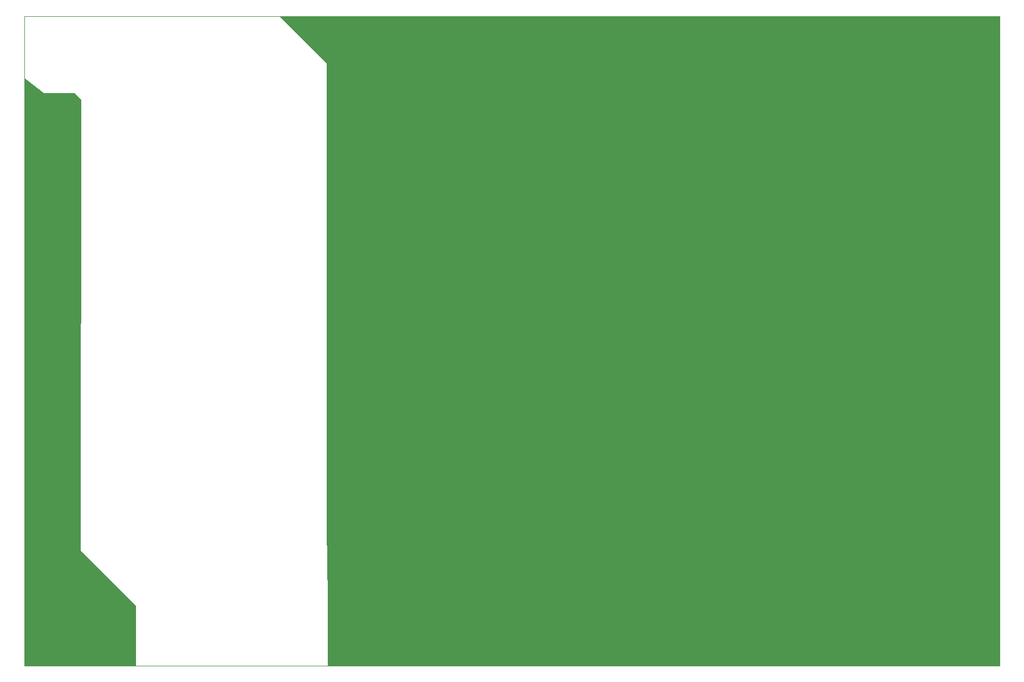
<source format=gbr>
G04*
G04 #@! TF.GenerationSoftware,Altium Limited,Altium Designer,23.10.1 (27)*
G04*
G04 Layer_Color=0*
%FSLAX42Y42*%
%MOMM*%
G71*
G04*
G04 #@! TF.SameCoordinates,D788F153-7B32-47A3-9728-DC68925F5BF0*
G04*
G04*
G04 #@! TF.FilePolarity,Positive*
G04*
G01*
G75*
%ADD100C,0.03*%
G36*
X1308Y4597D02*
X2045Y3861D01*
Y3835D01*
Y-3416D01*
X2057Y-4498D01*
Y-5563D01*
X12560D01*
Y4597D01*
X12217D01*
X1308D01*
D02*
G37*
G36*
X-2680Y-5563D02*
X-940D01*
Y-4623D01*
X-1803Y-3760D01*
X-1790Y3287D01*
X-1892Y3389D01*
X-2146D01*
X-2374D01*
X-2680Y3632D01*
Y-5563D01*
D02*
G37*
D100*
X12560D01*
Y4597D01*
X-2680D01*
Y-5563D01*
M02*

</source>
